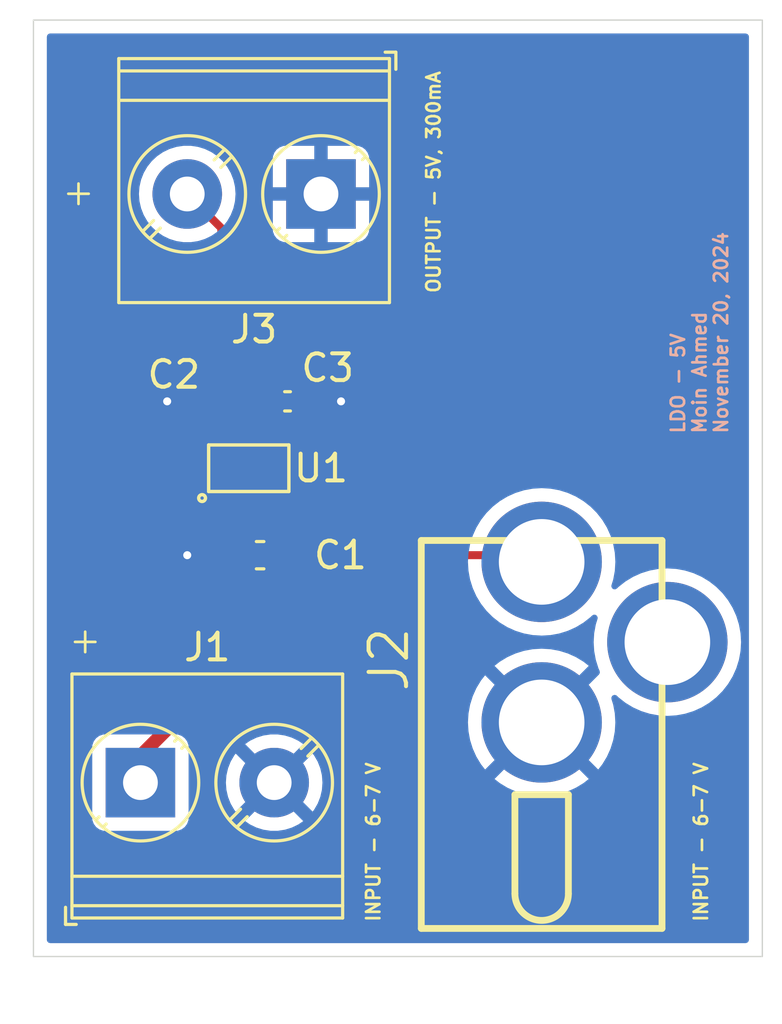
<source format=kicad_pcb>
(kicad_pcb (version 20240108) (generator "pcbnew") (generator_version "8.0")
  (layers (0 "F.Cu" signal) (31 "B.Cu" power) (34 "B.Paste" user) (35 "F.Paste" user) (36 "B.SilkS" user "B.Silkscreen") (37 "F.SilkS" user "F.Silkscreen") (38 "B.Mask" user) (39 "F.Mask" user) (44 "Edge.Cuts" user))
  (net 0 "")
  (net 1 "GND")
  (net 2 "+5V")
  (net 3 "+3.3V")
  (net 4 "Net-(U1-BYP)")
  (footprint "TerminalBlock_Phoenix:TerminalBlock_Phoenix_PT-1,5-2-5.0-H_1x02_P5.00mm_Horizontal" (layer "F.Cu") (at 104 46.25 180)
    (property "Reference" "J3" (at 2.5 -5.06 0) (layer "F.SilkS"))
    (property "Value" "Conn_01x02")
    (fp_line (start 7.56 -4.06) (end 7.56 5.06) (stroke (width 0.12)) (layer "F.SilkS"))
    (fp_line (start 6.654 -1.388) (end 6.259 -0.992) (stroke (width 0.12)) (layer "F.SilkS"))
    (fp_line (start 6.388 -1.654) (end 6.008 -1.274) (stroke (width 0.12)) (layer "F.SilkS"))
    (fp_line (start 3.993 1.274) (end 3.613 1.654) (stroke (width 0.12)) (layer "F.SilkS"))
    (fp_line (start 3.742 0.992) (end 3.347 1.388) (stroke (width 0.12)) (layer "F.SilkS"))
    (fp_line (start 1.654 -1.388) (end 1.547 -1.281) (stroke (width 0.12)) (layer "F.SilkS"))
    (fp_line (start 1.388 -1.654) (end 1.281 -1.547) (stroke (width 0.12)) (layer "F.SilkS"))
    (fp_line (start -1.282 1.547) (end -1.388 1.654) (stroke (width 0.12)) (layer "F.SilkS"))
    (fp_line (start -1.548 1.281) (end -1.654 1.388) (stroke (width 0.12)) (layer "F.SilkS"))
    (fp_line (start -2.56 5.06) (end 7.56 5.06) (stroke (width 0.12)) (layer "F.SilkS"))
    (fp_line (start -2.56 4.6) (end 7.56 4.6) (stroke (width 0.12)) (layer "F.SilkS"))
    (fp_line (start -2.56 3.5) (end 7.56 3.5) (stroke (width 0.12)) (layer "F.SilkS"))
    (fp_line (start -2.56 -4.06) (end 7.56 -4.06) (stroke (width 0.12)) (layer "F.SilkS"))
    (fp_line (start -2.56 -4.06) (end -2.56 5.06) (stroke (width 0.12)) (layer "F.SilkS"))
    (fp_line (start -2.8 5.3) (end -2.4 5.3) (stroke (width 0.12)) (layer "F.SilkS"))
    (fp_line (start -2.8 4.66) (end -2.8 5.3) (stroke (width 0.12)) (layer "F.SilkS"))
    (fp_circle (center 5 0) (end 7.18 0) (stroke (width 0.12)) (fill none) (layer "F.SilkS"))
    (fp_circle (center 0 0) (end 2.18 0) (stroke (width 0.12)) (fill none) (layer "F.SilkS"))
    (pad "1" thru_hole rect (at 0 0 180) (size 2.6 2.6) (drill 1.3) (layers "*.Cu" "*.Mask") (net 1 "GND"))
    (pad "2" thru_hole circle (at 5 0 180) (size 2.6 2.6) (drill 1.3) (layers "*.Cu" "*.Mask") (net 3 "+3.3V"))
  )
  (footprint "AP2210K-5.0TRG1:SOT-23-5_RAW" (layer "F.Cu") (at 101.3 56.5)
    (property "Reference" "U1" (at 2.7 0 180) (layer "F.SilkS"))
    (property "Value" "AP2210K-5.0TRG1")
    (fp_line (start -1.5 -0.87) (end -1.5 0.87) (stroke (width 0.127)) (layer "F.SilkS"))
    (fp_line (start -1.5 0.87) (end 1.5 0.87) (stroke (width 0.127)) (layer "F.SilkS"))
    (fp_line (start 1.5 -0.87) (end -1.5 -0.87) (stroke (width 0.127)) (layer "F.SilkS"))
    (fp_line (start 1.5 0.87) (end 1.5 -0.87) (stroke (width 0.127)) (layer "F.SilkS"))
    (fp_circle (center -1.745 1.115) (end -1.618 1.115) (stroke (width 0.127)) (fill none) (layer "F.SilkS"))
    (pad "1" smd rect (at -0.95 1.25) (size 0.55 1.3) (layers "F.Cu" "F.Paste" "F.Mask") (net 2 "+5V"))
    (pad "2" smd rect (at 0 1.25) (size 0.55 1.3) (layers "F.Cu" "F.Paste" "F.Mask") (net 1 "GND"))
    (pad "3" smd rect (at 0.95 1.25) (size 0.55 1.3) (layers "F.Cu" "F.Paste" "F.Mask") (net 2 "+5V"))
    (pad "4" smd rect (at 0.95 -1.25) (size 0.55 1.3) (layers "F.Cu" "F.Paste" "F.Mask") (net 4 "Net-(U1-BYP)"))
    (pad "5" smd rect (at -0.95 -1.25) (size 0.55 1.3) (layers "F.Cu" "F.Paste" "F.Mask") (net 3 "+3.3V"))
  )
  (footprint "my_connectors:PRT-00119" (layer "F.Cu") (at 112.25 73.7 -90)
    (property "Reference" "J2" (at -10.055 5.711 90) (layer "F.SilkS") (effects (font (size 1.4 1.4))))
    (property "Value" "PRT-00119")
    (fp_line (start -14.5 4.5) (end 0 4.5) (stroke (width 0.254)) (layer "F.SilkS"))
    (fp_line (start 0 4.5) (end 0 -4.5) (stroke (width 0.254)) (layer "F.SilkS"))
    (fp_line (start -5 1) (end -1.3 1) (stroke (width 0.254)) (layer "F.SilkS"))
    (fp_line (start -5 -1) (end -5 1) (stroke (width 0.254)) (layer "F.SilkS"))
    (fp_line (start -5 -1) (end -1.3 -1) (stroke (width 0.254)) (layer "F.SilkS"))
    (fp_line (start -14.5 -4.5) (end -14.5 4.5) (stroke (width 0.254)) (layer "F.SilkS"))
    (fp_line (start 0 -4.5) (end -14.5 -4.5) (stroke (width 0.254)) (layer "F.SilkS"))
    (fp_arc (start -1.3 -1) (mid -0.3 0) (end -1.3 1) (stroke (width 0.254)) (layer "F.SilkS"))
    (pad "1" thru_hole circle (at -13.7 0 270) (size 4.5 4.5) (drill 3.2) (layers "*.Cu" "*.Mask") (net 2 "+5V"))
    (pad "2" thru_hole circle (at -7.7 0 270) (size 4.5 4.5) (drill 3.2) (layers "*.Cu" "*.Mask") (net 1 "GND"))
    (pad "3" thru_hole circle (at -10.7 -4.7 270) (size 4.5 4.5) (drill 3.2) (layers "*.Cu" "*.Mask"))
  )
  (footprint "TerminalBlock_Phoenix:TerminalBlock_Phoenix_PT-1,5-2-5.0-H_1x02_P5.00mm_Horizontal" (layer "F.Cu") (at 97.25 68.25)
    (property "Reference" "J1" (at 2.5 -5.06 0) (layer "F.SilkS"))
    (property "Value" "Conn_01x02")
    (fp_line (start -2.8 4.66) (end -2.8 5.3) (stroke (width 0.12)) (layer "F.SilkS"))
    (fp_line (start -2.8 5.3) (end -2.4 5.3) (stroke (width 0.12)) (layer "F.SilkS"))
    (fp_line (start -2.56 -4.06) (end -2.56 5.06) (stroke (width 0.12)) (layer "F.SilkS"))
    (fp_line (start -2.56 -4.06) (end 7.56 -4.06) (stroke (width 0.12)) (layer "F.SilkS"))
    (fp_line (start -2.56 3.5) (end 7.56 3.5) (stroke (width 0.12)) (layer "F.SilkS"))
    (fp_line (start -2.56 4.6) (end 7.56 4.6) (stroke (width 0.12)) (layer "F.SilkS"))
    (fp_line (start -2.56 5.06) (end 7.56 5.06) (stroke (width 0.12)) (layer "F.SilkS"))
    (fp_line (start -1.548 1.281) (end -1.654 1.388) (stroke (width 0.12)) (layer "F.SilkS"))
    (fp_line (start -1.282 1.547) (end -1.388 1.654) (stroke (width 0.12)) (layer "F.SilkS"))
    (fp_line (start 1.388 -1.654) (end 1.281 -1.547) (stroke (width 0.12)) (layer "F.SilkS"))
    (fp_line (start 1.654 -1.388) (end 1.547 -1.281) (stroke (width 0.12)) (layer "F.SilkS"))
    (fp_line (start 3.742 0.992) (end 3.347 1.388) (stroke (width 0.12)) (layer "F.SilkS"))
    (fp_line (start 3.993 1.274) (end 3.613 1.654) (stroke (width 0.12)) (layer "F.SilkS"))
    (fp_line (start 6.388 -1.654) (end 6.008 -1.274) (stroke (width 0.12)) (layer "F.SilkS"))
    (fp_line (start 6.654 -1.388) (end 6.259 -0.992) (stroke (width 0.12)) (layer "F.SilkS"))
    (fp_line (start 7.56 -4.06) (end 7.56 5.06) (stroke (width 0.12)) (layer "F.SilkS"))
    (fp_circle (center 0 0) (end 2.18 0) (stroke (width 0.12)) (fill none) (layer "F.SilkS"))
    (fp_circle (center 5 0) (end 7.18 0) (stroke (width 0.12)) (fill none) (layer "F.SilkS"))
    (pad "1" thru_hole rect (at 0 0) (size 2.6 2.6) (drill 1.3) (layers "*.Cu" "*.Mask") (net 2 "+5V"))
    (pad "2" thru_hole circle (at 5 0) (size 2.6 2.6) (drill 1.3) (layers "*.Cu" "*.Mask") (net 1 "GND"))
  )
  (footprint "Capacitor_SMD:C_0201_0603Metric" (layer "F.Cu") (at 99.93 54 180)
    (property "Reference" "C2" (at 1.43 1 0) (layer "F.SilkS"))
    (property "Value" "2.2u")
    (pad "1" smd roundrect (at -0.32 0 180) (size 0.46 0.4) (layers "F.Cu" "F.Mask") (net 3 "+3.3V"))
    (pad "2" smd roundrect (at 0.32 0 180) (size 0.46 0.4) (layers "F.Cu" "F.Mask") (net 1 "GND"))
  )
  (footprint "Capacitor_SMD:C_0402_1005Metric" (layer "F.Cu") (at 102.75 54)
    (property "Reference" "C3" (at 1.5 -1.25 0) (layer "F.SilkS"))
    (property "Value" "100p")
    (fp_line (start -0.107836 -0.36) (end 0.107836 -0.36) (stroke (width 0.12)) (layer "F.SilkS"))
    (fp_line (start -0.107836 0.36) (end 0.107836 0.36) (stroke (width 0.12)) (layer "F.SilkS"))
    (pad "1" smd roundrect (at -0.48 0) (size 0.56 0.62) (layers "F.Cu" "F.Paste" "F.Mask") (net 4 "Net-(U1-BYP)"))
    (pad "2" smd roundrect (at 0.48 0) (size 0.56 0.62) (layers "F.Cu" "F.Paste" "F.Mask") (net 1 "GND"))
  )
  (footprint "Capacitor_SMD:C_0603_1608Metric" (layer "F.Cu") (at 101.725 59.75 180)
    (property "Reference" "C1" (at -3 0 0) (layer "F.SilkS"))
    (property "Value" "10u")
    (fp_line (start -0.14058 0.51) (end 0.14058 0.51) (stroke (width 0.12)) (layer "F.SilkS"))
    (fp_line (start -0.14058 -0.51) (end 0.14058 -0.51) (stroke (width 0.12)) (layer "F.SilkS"))
    (pad "1" smd roundrect (at -0.775 0 180) (size 0.9 0.95) (layers "F.Cu" "F.Paste" "F.Mask") (net 2 "+5V"))
    (pad "2" smd roundrect (at 0.775 0 180) (size 0.9 0.95) (layers "F.Cu" "F.Paste" "F.Mask") (net 1 "GND"))
  )
  (gr_rect (start 93.25 39.75) (end 120.5 74.75) (stroke (width 0.05)) (fill none) (layer "Edge.Cuts"))
  (gr_text "LDO - 5V\nMoin Ahmed\nNovember 20, 2024" (at 119.25 55.25 90) (layer "B.SilkS") (effects (font (size 0.5 0.5) (thickness 0.1) (bold yes)) (justify left bottom)))
  (gr_text "+" (at 94.25 46.75 0) (layer "F.SilkS") (effects (font (size 1 1) (thickness 0.1)) (justify left bottom)))
  (gr_text "OUTPUT - 5V, 300mA" (at 108.5 50 90) (layer "F.SilkS") (effects (font (size 0.5 0.5) (thickness 0.1) (bold yes)) (justify left bottom)))
  (gr_text "+" (at 94.5 63.5 0) (layer "F.SilkS") (effects (font (size 1 1) (thickness 0.1)) (justify left bottom)))
  (gr_text "INPUT - 6-7 V" (at 118.5 73.5 90) (layer "F.SilkS") (effects (font (size 0.5 0.5) (thickness 0.1) (bold yes)) (justify left bottom)))
  (gr_text "INPUT - 6-7 V" (at 106.25 73.5 90) (layer "F.SilkS") (effects (font (size 0.5 0.5) (thickness 0.1) (bold yes)) (justify left bottom)))
  (segment (start 103.23 54) (end 104.75 54) (width 0.5) (layer "F.Cu") (net 1))
  (segment (start 101.3 59.4) (end 100.95 59.75) (width 0.5) (layer "F.Cu") (net 1))
  (segment (start 99.61 54) (end 98.25 54) (width 0.3) (layer "F.Cu") (net 1))
  (segment (start 101.3 57.75) (end 101.3 59.4) (width 0.5) (layer "F.Cu") (net 1))
  (segment (start 100.95 59.75) (end 99 59.75) (width 0.5) (layer "F.Cu") (net 1))
  (via (at 98.25 54) (size 0.6) (drill 0.3) (layers "F.Cu" "B.Cu") (net 1))
  (via (at 99 59.75) (size 0.6) (drill 0.3) (layers "F.Cu" "B.Cu") (net 1))
  (via (at 104.75 54) (size 0.6) (drill 0.3) (layers "F.Cu" "B.Cu") (net 1))
  (segment (start 100.35 57.75) (end 100.35 56.9) (width 0.5) (layer "F.Cu") (net 2))
  (segment (start 102.5 62) (end 102.5 59.75) (width 0.5) (layer "F.Cu") (net 2))
  (segment (start 100.35 56.9) (end 100.75 56.5) (width 0.5) (layer "F.Cu") (net 2))
  (segment (start 100.75 56.5) (end 101.75 56.5) (width 0.5) (layer "F.Cu") (net 2))
  (segment (start 102.5 59.75) (end 112 59.75) (width 0.3) (layer "F.Cu") (net 2))
  (segment (start 102.25 57.75) (end 102.25 59.5) (width 0.5) (layer "F.Cu") (net 2))
  (segment (start 97.25 67.25) (end 102.5 62) (width 0.5) (layer "F.Cu") (net 2))
  (segment (start 102.25 59.5) (end 102.5 59.75) (width 0.5) (layer "F.Cu") (net 2))
  (segment (start 102.25 57) (end 102.25 57.75) (width 0.5) (layer "F.Cu") (net 2))
  (segment (start 102.175 57.425) (end 102.175 58) (width 0.3) (layer "F.Cu") (net 2))
  (segment (start 97.25 68.25) (end 97.25 67.25) (width 0.5) (layer "F.Cu") (net 2))
  (segment (start 112 59.75) (end 112.25 60) (width 0.3) (layer "F.Cu") (net 2))
  (segment (start 102.175 59.425) (end 102.5 59.75) (width 0.3) (layer "F.Cu") (net 2))
  (segment (start 102.25 57) (end 101.75 56.5) (width 0.5) (layer "F.Cu") (net 2))
  (segment (start 100.275 47.525) (end 99 46.25) (width 0.3) (layer "F.Cu") (net 3))
  (segment (start 100.275 55.5) (end 100.275 54.025) (width 0.3) (layer "F.Cu") (net 3))
  (segment (start 100.275 55.5) (end 100.275 47.525) (width 0.3) (layer "F.Cu") (net 3))
  (segment (start 100.275 54.025) (end 100.25 54) (width 0.3) (layer "F.Cu") (net 3))
  (segment (start 102.175 55.5) (end 102.175 54.095) (width 0.3) (layer "F.Cu") (net 4))
  (segment (start 102.175 54.095) (end 102.27 54) (width 0.3) (layer "F.Cu") (net 4))
  (zone (net 1) (net_name "GND") (layer "B.Cu") (connect_pads (clearance 0.5)) (min_thickness 0.25) (fill yes (thermal_gap 0.5) (thermal_bridge_width 0.5))
    (polygon (pts (xy 92 39) (xy 121.25 39) (xy 121.25 75.5) (xy 92.25 75.5)))
  )
)
</source>
